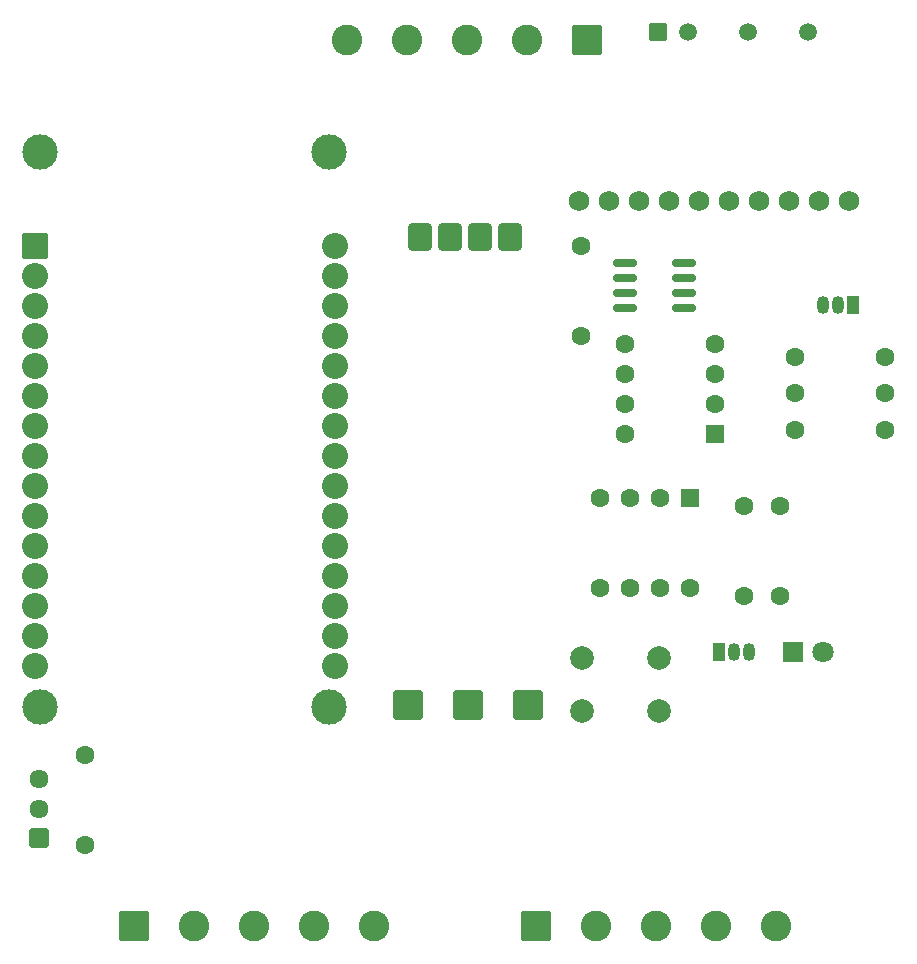
<source format=gbr>
%TF.GenerationSoftware,KiCad,Pcbnew,9.0.3*%
%TF.CreationDate,2026-01-26T07:39:55-05:00*%
%TF.ProjectId,SLAVE_V-C_INSOLATED,534c4156-455f-4562-9d43-5f494e534f4c,rev?*%
%TF.SameCoordinates,Original*%
%TF.FileFunction,Soldermask,Top*%
%TF.FilePolarity,Negative*%
%FSLAX46Y46*%
G04 Gerber Fmt 4.6, Leading zero omitted, Abs format (unit mm)*
G04 Created by KiCad (PCBNEW 9.0.3) date 2026-01-26 07:39:55*
%MOMM*%
%LPD*%
G01*
G04 APERTURE LIST*
G04 Aperture macros list*
%AMRoundRect*
0 Rectangle with rounded corners*
0 $1 Rounding radius*
0 $2 $3 $4 $5 $6 $7 $8 $9 X,Y pos of 4 corners*
0 Add a 4 corners polygon primitive as box body*
4,1,4,$2,$3,$4,$5,$6,$7,$8,$9,$2,$3,0*
0 Add four circle primitives for the rounded corners*
1,1,$1+$1,$2,$3*
1,1,$1+$1,$4,$5*
1,1,$1+$1,$6,$7*
1,1,$1+$1,$8,$9*
0 Add four rect primitives between the rounded corners*
20,1,$1+$1,$2,$3,$4,$5,0*
20,1,$1+$1,$4,$5,$6,$7,0*
20,1,$1+$1,$6,$7,$8,$9,0*
20,1,$1+$1,$8,$9,$2,$3,0*%
G04 Aperture macros list end*
%ADD10RoundRect,0.250000X-0.750000X0.900000X-0.750000X-0.900000X0.750000X-0.900000X0.750000X0.900000X0*%
%ADD11RoundRect,0.250000X-1.020000X1.020000X-1.020000X-1.020000X1.020000X-1.020000X1.020000X1.020000X0*%
%ADD12C,1.600000*%
%ADD13C,2.000000*%
%ADD14RoundRect,0.102000X-0.644000X-0.644000X0.644000X-0.644000X0.644000X0.644000X-0.644000X0.644000X0*%
%ADD15C,1.492000*%
%ADD16RoundRect,0.102000X0.704000X-0.704000X0.704000X0.704000X-0.704000X0.704000X-0.704000X-0.704000X0*%
%ADD17C,1.612000*%
%ADD18R,1.800000X1.800000*%
%ADD19C,1.800000*%
%ADD20RoundRect,0.250000X1.050000X1.050000X-1.050000X1.050000X-1.050000X-1.050000X1.050000X-1.050000X0*%
%ADD21C,2.600000*%
%ADD22RoundRect,0.250000X0.550000X0.550000X-0.550000X0.550000X-0.550000X-0.550000X0.550000X-0.550000X0*%
%ADD23R,1.050000X1.500000*%
%ADD24O,1.050000X1.500000*%
%ADD25C,1.728000*%
%ADD26RoundRect,0.250000X-1.050000X-1.050000X1.050000X-1.050000X1.050000X1.050000X-1.050000X1.050000X0*%
%ADD27C,3.000000*%
%ADD28RoundRect,0.102000X-1.000000X-1.000000X1.000000X-1.000000X1.000000X1.000000X-1.000000X1.000000X0*%
%ADD29C,2.204000*%
%ADD30RoundRect,0.250000X-0.550000X0.550000X-0.550000X-0.550000X0.550000X-0.550000X0.550000X0.550000X0*%
%ADD31RoundRect,0.150000X-0.825000X-0.150000X0.825000X-0.150000X0.825000X0.150000X-0.825000X0.150000X0*%
G04 APERTURE END LIST*
D10*
%TO.C,U10*%
X141555000Y-71700000D03*
X139015000Y-71700000D03*
X136475000Y-71700000D03*
X133935000Y-71700000D03*
D11*
X143055000Y-111300000D03*
X137975000Y-111300000D03*
X132895000Y-111300000D03*
%TD*%
D12*
%TO.C,R1*%
X105580000Y-115550000D03*
X105580000Y-123170000D03*
%TD*%
D13*
%TO.C,SW2*%
X147650000Y-107300000D03*
X154150000Y-107300000D03*
X147650000Y-111800000D03*
X154150000Y-111800000D03*
%TD*%
D12*
%TO.C,R2*%
X147550000Y-72430000D03*
X147550000Y-80050000D03*
%TD*%
%TO.C,R4*%
X173320000Y-84900000D03*
X165700000Y-84900000D03*
%TD*%
D14*
%TO.C,PS1*%
X154060000Y-54300000D03*
D15*
X156600000Y-54300000D03*
X161680000Y-54300000D03*
X166760000Y-54300000D03*
%TD*%
D12*
%TO.C,R6*%
X173320000Y-88000000D03*
X165700000Y-88000000D03*
%TD*%
D16*
%TO.C,S1*%
X101650000Y-122582500D03*
D17*
X101650000Y-120082500D03*
X101650000Y-117582500D03*
%TD*%
D18*
%TO.C,D7*%
X165480000Y-106800000D03*
D19*
X168020000Y-106800000D03*
%TD*%
D12*
%TO.C,R5*%
X173320000Y-81850000D03*
X165700000Y-81850000D03*
%TD*%
%TO.C,R51*%
X164400000Y-94490000D03*
X164400000Y-102110000D03*
%TD*%
D20*
%TO.C,ANALOG_IN*%
X148080000Y-55000000D03*
D21*
X143000000Y-55000000D03*
X137920000Y-55000000D03*
X132840000Y-55000000D03*
X127760000Y-55000000D03*
%TD*%
D22*
%TO.C,U2*%
X158855000Y-88360000D03*
D12*
X158855000Y-85820000D03*
X158855000Y-83280000D03*
X158855000Y-80740000D03*
X151235000Y-80740000D03*
X151235000Y-83280000D03*
X151235000Y-85820000D03*
X151235000Y-88360000D03*
%TD*%
D23*
%TO.C,Q2*%
X170600000Y-77450000D03*
D24*
X169330000Y-77450000D03*
X168060000Y-77450000D03*
%TD*%
D25*
%TO.C,U4*%
X160080000Y-68640000D03*
X157540000Y-68640000D03*
X167700000Y-68640000D03*
X155000000Y-68640000D03*
X152460000Y-68640000D03*
X149920000Y-68640000D03*
X147380000Y-68640000D03*
X170240000Y-68640000D03*
X162620000Y-68640000D03*
X165160000Y-68640000D03*
%TD*%
D26*
%TO.C,MODBUS_IN*%
X143760000Y-130000000D03*
D21*
X148840000Y-130000000D03*
X153920000Y-130000000D03*
X159000000Y-130000000D03*
X164080000Y-130000000D03*
%TD*%
D27*
%TO.C,U3*%
X101720000Y-64525000D03*
X101720000Y-111475000D03*
X126230000Y-64525000D03*
X126230000Y-111475000D03*
D28*
X101300000Y-72485000D03*
D29*
X101300000Y-75025000D03*
X101300000Y-77565000D03*
X101300000Y-80105000D03*
X101300000Y-82645000D03*
X101300000Y-85185000D03*
X101300000Y-87725000D03*
X101300000Y-90265000D03*
X101300000Y-92805000D03*
X101300000Y-95345000D03*
X101300000Y-97885000D03*
X101300000Y-100425000D03*
X101300000Y-102965000D03*
X101300000Y-105505000D03*
X101300000Y-108045000D03*
X126700000Y-108045000D03*
X126700000Y-105505000D03*
X126700000Y-102965000D03*
X126700000Y-100425000D03*
X126700000Y-97885000D03*
X126700000Y-95345000D03*
X126700000Y-92805000D03*
X126700000Y-90265000D03*
X126700000Y-87725000D03*
X126700000Y-85185000D03*
X126700000Y-82645000D03*
X126700000Y-80105000D03*
X126700000Y-77565000D03*
X126700000Y-75025000D03*
X126700000Y-72485000D03*
%TD*%
D23*
%TO.C,Q1*%
X159230000Y-106860000D03*
D24*
X160500000Y-106860000D03*
X161770000Y-106860000D03*
%TD*%
D30*
%TO.C,SW1*%
X156800000Y-93830000D03*
D12*
X154260000Y-93830000D03*
X151720000Y-93830000D03*
X149180000Y-93830000D03*
X149180000Y-101450000D03*
X151720000Y-101450000D03*
X154260000Y-101450000D03*
X156800000Y-101450000D03*
%TD*%
D31*
%TO.C,U1*%
X151300000Y-73900000D03*
X151300000Y-75170000D03*
X151300000Y-76440000D03*
X151300000Y-77710000D03*
X156250000Y-77710000D03*
X156250000Y-76440000D03*
X156250000Y-75170000D03*
X156250000Y-73900000D03*
%TD*%
D26*
%TO.C,MODBUS_OUT*%
X109680000Y-130000000D03*
D21*
X114760000Y-130000000D03*
X119840000Y-130000000D03*
X124920000Y-130000000D03*
X130000000Y-130000000D03*
%TD*%
D12*
%TO.C,R52*%
X161300000Y-102110000D03*
X161300000Y-94490000D03*
%TD*%
M02*

</source>
